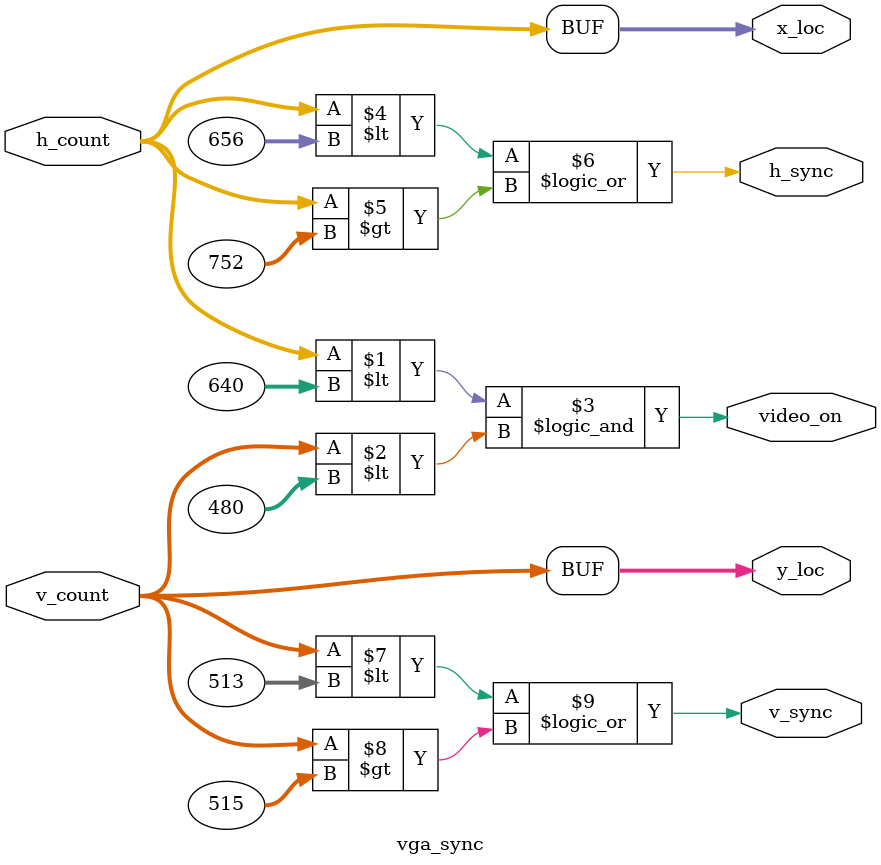
<source format=v>
`timescale 1ns / 1ps
module vga_sync(h_count, v_count, h_sync, v_sync, video_on, x_loc, y_loc);
  input [9:0] h_count;
  input [9:0] v_count;
  output h_sync;
  output v_sync;
  output video_on;
  output [9:0] x_loc;
  output [9:0] y_loc;
  
  localparam HD=640;
  localparam HF=48;
  localparam HB=16;
  localparam HR=96;
  
  localparam VD=480;
  localparam VF=10;
  localparam VB=33;
  localparam VR=2;
  
  assign video_on = (h_count < HD) && (v_count <VD);
  assign x_loc = h_count;
  assign y_loc = v_count;
  assign h_sync = (h_count<(HD+HB)) || (h_count>(HD+HB+HR));
  assign v_sync = (v_count<(VD+VB)) || (v_count>(VD+VB+VR));



  endmodule
</source>
